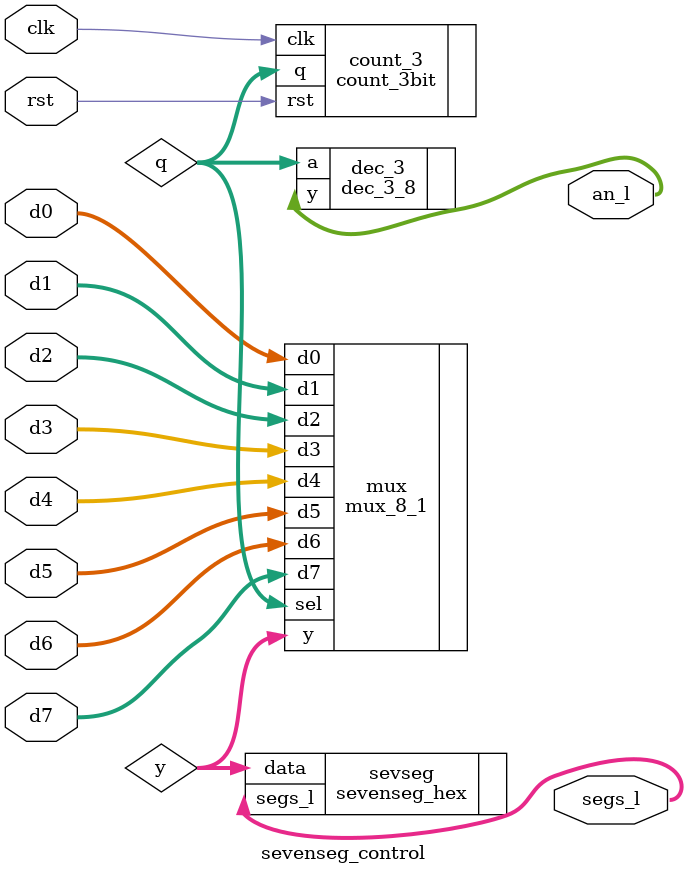
<source format=sv>
`timescale 1ns / 1ps


module sevenseg_control(input logic clk, rst, input logic [3:0] d0, d1, d2, d3, d4, d5, d6, d7,
                        output logic [7:0] an_l, output logic [6:0] segs_l);
                        
    logic [2:0] q;
    logic [3:0] y;
    
    count_3bit count_3(.clk, .rst, .q);
    dec_3_8 dec_3(.a(q), .y(an_l));
    mux_8_1 mux(.d0, .d1, .d2, .d3, .d4, .d5, .d6, .d7, .sel(q), .y);
    sevenseg_hex sevseg(.data(y), .segs_l);
    
endmodule

</source>
